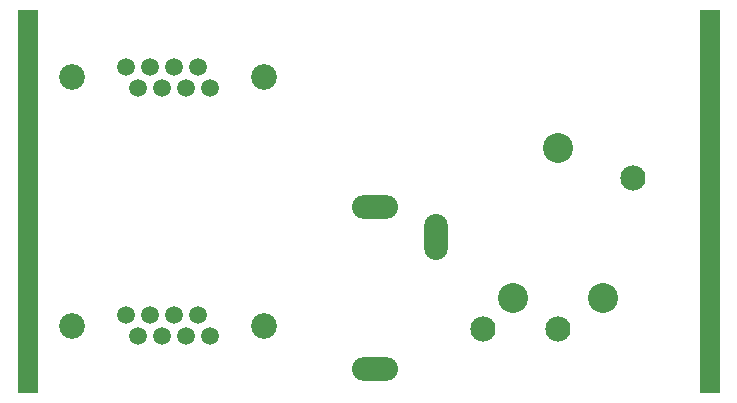
<source format=gbs>
G04*
G04 #@! TF.GenerationSoftware,Altium Limited,Altium Designer,20.2.4 (192)*
G04*
G04 Layer_Color=16711935*
%FSLAX25Y25*%
%MOIN*%
G70*
G04*
G04 #@! TF.SameCoordinates,A5F6943D-DC98-46DD-BCD6-D067057649BF*
G04*
G04*
G04 #@! TF.FilePolarity,Negative*
G04*
G01*
G75*
%ADD32C,0.08600*%
%ADD33C,0.05900*%
%ADD34C,0.08400*%
%ADD35C,0.10000*%
%ADD36O,0.07880X0.15361*%
%ADD37O,0.15361X0.07880*%
%ADD38C,0.02400*%
G36*
X66929Y40390D02*
X60075D01*
Y168272D01*
X66929D01*
Y40390D01*
D02*
G37*
G36*
X294256D02*
X287402D01*
Y168272D01*
X294256D01*
X294256Y40390D01*
D02*
G37*
D32*
X78236Y145791D02*
D03*
X142236D02*
D03*
X78236Y62870D02*
D03*
X142236D02*
D03*
D33*
X124236Y142291D02*
D03*
X120236Y149291D02*
D03*
X116236Y142291D02*
D03*
X112236Y149291D02*
D03*
X108236Y142291D02*
D03*
X104236Y149291D02*
D03*
X100236Y142291D02*
D03*
X96236Y149291D02*
D03*
X124236Y59370D02*
D03*
X120236Y66370D02*
D03*
X116236Y59370D02*
D03*
X112236Y66370D02*
D03*
X108236Y59370D02*
D03*
X104236Y66370D02*
D03*
X100236Y59370D02*
D03*
X96236Y66370D02*
D03*
D34*
X265158Y112270D02*
D03*
X240158Y61970D02*
D03*
X215158D02*
D03*
D35*
X255157Y72270D02*
D03*
X225157D02*
D03*
X240158Y122270D02*
D03*
D36*
X199535Y92547D02*
D03*
D37*
X179063Y102390D02*
D03*
Y48453D02*
D03*
D38*
X62992Y165354D02*
D03*
X291339D02*
D03*
Y157480D02*
D03*
Y149606D02*
D03*
Y141732D02*
D03*
Y133858D02*
D03*
Y125984D02*
D03*
Y118110D02*
D03*
Y110236D02*
D03*
Y98425D02*
D03*
Y90551D02*
D03*
Y82677D02*
D03*
Y74803D02*
D03*
Y66929D02*
D03*
Y59055D02*
D03*
Y51181D02*
D03*
Y43307D02*
D03*
Y104331D02*
D03*
X62992D02*
D03*
Y157480D02*
D03*
Y149606D02*
D03*
Y141732D02*
D03*
Y133858D02*
D03*
Y125984D02*
D03*
Y118110D02*
D03*
Y110236D02*
D03*
Y98425D02*
D03*
Y90551D02*
D03*
Y82677D02*
D03*
Y74803D02*
D03*
Y66929D02*
D03*
Y59055D02*
D03*
Y51181D02*
D03*
Y43307D02*
D03*
M02*

</source>
